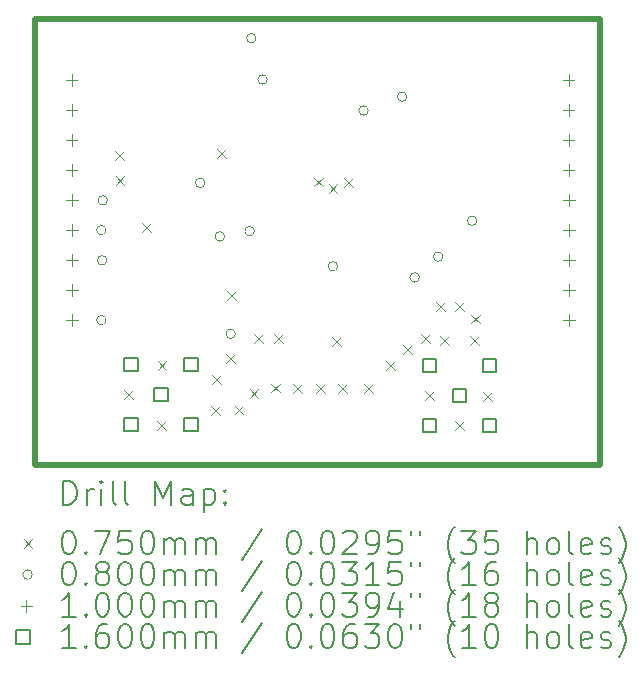
<source format=gbr>
%TF.GenerationSoftware,KiCad,Pcbnew,8.0.0-rc1-6-gb7460f29b4*%
%TF.CreationDate,2025-03-10T21:48:14+01:00*%
%TF.ProjectId,LO_daughter,4c4f5f64-6175-4676-9874-65722e6b6963,rev?*%
%TF.SameCoordinates,Original*%
%TF.FileFunction,Drillmap*%
%TF.FilePolarity,Positive*%
%FSLAX45Y45*%
G04 Gerber Fmt 4.5, Leading zero omitted, Abs format (unit mm)*
G04 Created by KiCad (PCBNEW 8.0.0-rc1-6-gb7460f29b4) date 2025-03-10 21:48:14*
%MOMM*%
%LPD*%
G01*
G04 APERTURE LIST*
%ADD10C,0.500000*%
%ADD11C,0.200000*%
%ADD12C,0.100000*%
%ADD13C,0.160000*%
G04 APERTURE END LIST*
D10*
X12974000Y-8007000D02*
X17752000Y-8007000D01*
X17752000Y-11785000D01*
X12974000Y-11785000D01*
X12974000Y-8007000D01*
D11*
D12*
X13648500Y-9131500D02*
X13723500Y-9206500D01*
X13723500Y-9131500D02*
X13648500Y-9206500D01*
X13653500Y-9337500D02*
X13728500Y-9412500D01*
X13728500Y-9337500D02*
X13653500Y-9412500D01*
X13726500Y-11148500D02*
X13801500Y-11223500D01*
X13801500Y-11148500D02*
X13726500Y-11223500D01*
X13875500Y-9735500D02*
X13950500Y-9810500D01*
X13950500Y-9735500D02*
X13875500Y-9810500D01*
X14006500Y-11415500D02*
X14081500Y-11490500D01*
X14081500Y-11415500D02*
X14006500Y-11490500D01*
X14009500Y-10906500D02*
X14084500Y-10981500D01*
X14084500Y-10906500D02*
X14009500Y-10981500D01*
X14463500Y-11289500D02*
X14538500Y-11364500D01*
X14538500Y-11289500D02*
X14463500Y-11364500D01*
X14472500Y-11023500D02*
X14547500Y-11098500D01*
X14547500Y-11023500D02*
X14472500Y-11098500D01*
X14509500Y-9108500D02*
X14584500Y-9183500D01*
X14584500Y-9108500D02*
X14509500Y-9183500D01*
X14588500Y-10846500D02*
X14663500Y-10921500D01*
X14663500Y-10846500D02*
X14588500Y-10921500D01*
X14600500Y-10314500D02*
X14675500Y-10389500D01*
X14675500Y-10314500D02*
X14600500Y-10389500D01*
X14660500Y-11282500D02*
X14735500Y-11357500D01*
X14735500Y-11282500D02*
X14660500Y-11357500D01*
X14788500Y-11145500D02*
X14863500Y-11220500D01*
X14863500Y-11145500D02*
X14788500Y-11220500D01*
X14825500Y-10677500D02*
X14900500Y-10752500D01*
X14900500Y-10677500D02*
X14825500Y-10752500D01*
X14966500Y-11096500D02*
X15041500Y-11171500D01*
X15041500Y-11096500D02*
X14966500Y-11171500D01*
X14997500Y-10679500D02*
X15072500Y-10754500D01*
X15072500Y-10679500D02*
X14997500Y-10754500D01*
X15153500Y-11099500D02*
X15228500Y-11174500D01*
X15228500Y-11099500D02*
X15153500Y-11174500D01*
X15336500Y-9352300D02*
X15411500Y-9427300D01*
X15411500Y-9352300D02*
X15336500Y-9427300D01*
X15347500Y-11103500D02*
X15422500Y-11178500D01*
X15422500Y-11103500D02*
X15347500Y-11178500D01*
X15456500Y-9407500D02*
X15531500Y-9482500D01*
X15531500Y-9407500D02*
X15456500Y-9482500D01*
X15483500Y-10701500D02*
X15558500Y-10776500D01*
X15558500Y-10701500D02*
X15483500Y-10776500D01*
X15540500Y-11101500D02*
X15615500Y-11176500D01*
X15615500Y-11101500D02*
X15540500Y-11176500D01*
X15587500Y-9359500D02*
X15662500Y-9434500D01*
X15662500Y-9359500D02*
X15587500Y-9434500D01*
X15756500Y-11098500D02*
X15831500Y-11173500D01*
X15831500Y-11098500D02*
X15756500Y-11173500D01*
X15945500Y-10909500D02*
X16020500Y-10984500D01*
X16020500Y-10909500D02*
X15945500Y-10984500D01*
X16086500Y-10768500D02*
X16161500Y-10843500D01*
X16161500Y-10768500D02*
X16086500Y-10843500D01*
X16237500Y-10679500D02*
X16312500Y-10754500D01*
X16312500Y-10679500D02*
X16237500Y-10754500D01*
X16270500Y-11160500D02*
X16345500Y-11235500D01*
X16345500Y-11160500D02*
X16270500Y-11235500D01*
X16369500Y-10405500D02*
X16444500Y-10480500D01*
X16444500Y-10405500D02*
X16369500Y-10480500D01*
X16397500Y-10696500D02*
X16472500Y-10771500D01*
X16472500Y-10696500D02*
X16397500Y-10771500D01*
X16527500Y-10408500D02*
X16602500Y-10483500D01*
X16602500Y-10408500D02*
X16527500Y-10483500D01*
X16529500Y-11411500D02*
X16604500Y-11486500D01*
X16604500Y-11411500D02*
X16529500Y-11486500D01*
X16657500Y-10693500D02*
X16732500Y-10768500D01*
X16732500Y-10693500D02*
X16657500Y-10768500D01*
X16662500Y-10512500D02*
X16737500Y-10587500D01*
X16737500Y-10512500D02*
X16662500Y-10587500D01*
X16762500Y-11167500D02*
X16837500Y-11242500D01*
X16837500Y-11167500D02*
X16762500Y-11242500D01*
X13573000Y-9797000D02*
G75*
G02*
X13493000Y-9797000I-40000J0D01*
G01*
X13493000Y-9797000D02*
G75*
G02*
X13573000Y-9797000I40000J0D01*
G01*
X13573000Y-10559000D02*
G75*
G02*
X13493000Y-10559000I-40000J0D01*
G01*
X13493000Y-10559000D02*
G75*
G02*
X13573000Y-10559000I40000J0D01*
G01*
X13579000Y-10053000D02*
G75*
G02*
X13499000Y-10053000I-40000J0D01*
G01*
X13499000Y-10053000D02*
G75*
G02*
X13579000Y-10053000I40000J0D01*
G01*
X13585000Y-9545000D02*
G75*
G02*
X13505000Y-9545000I-40000J0D01*
G01*
X13505000Y-9545000D02*
G75*
G02*
X13585000Y-9545000I40000J0D01*
G01*
X14409000Y-9397000D02*
G75*
G02*
X14329000Y-9397000I-40000J0D01*
G01*
X14329000Y-9397000D02*
G75*
G02*
X14409000Y-9397000I40000J0D01*
G01*
X14575500Y-9850500D02*
G75*
G02*
X14495500Y-9850500I-40000J0D01*
G01*
X14495500Y-9850500D02*
G75*
G02*
X14575500Y-9850500I40000J0D01*
G01*
X14668000Y-10676000D02*
G75*
G02*
X14588000Y-10676000I-40000J0D01*
G01*
X14588000Y-10676000D02*
G75*
G02*
X14668000Y-10676000I40000J0D01*
G01*
X14828000Y-9806000D02*
G75*
G02*
X14748000Y-9806000I-40000J0D01*
G01*
X14748000Y-9806000D02*
G75*
G02*
X14828000Y-9806000I40000J0D01*
G01*
X14843000Y-8173000D02*
G75*
G02*
X14763000Y-8173000I-40000J0D01*
G01*
X14763000Y-8173000D02*
G75*
G02*
X14843000Y-8173000I40000J0D01*
G01*
X14938000Y-8523000D02*
G75*
G02*
X14858000Y-8523000I-40000J0D01*
G01*
X14858000Y-8523000D02*
G75*
G02*
X14938000Y-8523000I40000J0D01*
G01*
X15534000Y-10103000D02*
G75*
G02*
X15454000Y-10103000I-40000J0D01*
G01*
X15454000Y-10103000D02*
G75*
G02*
X15534000Y-10103000I40000J0D01*
G01*
X15793000Y-8785000D02*
G75*
G02*
X15713000Y-8785000I-40000J0D01*
G01*
X15713000Y-8785000D02*
G75*
G02*
X15793000Y-8785000I40000J0D01*
G01*
X16120000Y-8668000D02*
G75*
G02*
X16040000Y-8668000I-40000J0D01*
G01*
X16040000Y-8668000D02*
G75*
G02*
X16120000Y-8668000I40000J0D01*
G01*
X16226000Y-10198000D02*
G75*
G02*
X16146000Y-10198000I-40000J0D01*
G01*
X16146000Y-10198000D02*
G75*
G02*
X16226000Y-10198000I40000J0D01*
G01*
X16425000Y-10022000D02*
G75*
G02*
X16345000Y-10022000I-40000J0D01*
G01*
X16345000Y-10022000D02*
G75*
G02*
X16425000Y-10022000I40000J0D01*
G01*
X16712132Y-9717491D02*
G75*
G02*
X16632132Y-9717491I-40000J0D01*
G01*
X16632132Y-9717491D02*
G75*
G02*
X16712132Y-9717491I40000J0D01*
G01*
X13280500Y-8478250D02*
X13280500Y-8578250D01*
X13230500Y-8528250D02*
X13330500Y-8528250D01*
X13280500Y-8732750D02*
X13280500Y-8832750D01*
X13230500Y-8782750D02*
X13330500Y-8782750D01*
X13280500Y-8986750D02*
X13280500Y-9086750D01*
X13230500Y-9036750D02*
X13330500Y-9036750D01*
X13280500Y-9240750D02*
X13280500Y-9340750D01*
X13230500Y-9290750D02*
X13330500Y-9290750D01*
X13283000Y-9494750D02*
X13283000Y-9594750D01*
X13233000Y-9544750D02*
X13333000Y-9544750D01*
X13283000Y-9748750D02*
X13283000Y-9848750D01*
X13233000Y-9798750D02*
X13333000Y-9798750D01*
X13283000Y-10002750D02*
X13283000Y-10102750D01*
X13233000Y-10052750D02*
X13333000Y-10052750D01*
X13283000Y-10256750D02*
X13283000Y-10356750D01*
X13233000Y-10306750D02*
X13333000Y-10306750D01*
X13283000Y-10510750D02*
X13283000Y-10610750D01*
X13233000Y-10560750D02*
X13333000Y-10560750D01*
X17488500Y-8478250D02*
X17488500Y-8578250D01*
X17438500Y-8528250D02*
X17538500Y-8528250D01*
X17488500Y-8732750D02*
X17488500Y-8832750D01*
X17438500Y-8782750D02*
X17538500Y-8782750D01*
X17488500Y-8986750D02*
X17488500Y-9086750D01*
X17438500Y-9036750D02*
X17538500Y-9036750D01*
X17488500Y-9240750D02*
X17488500Y-9340750D01*
X17438500Y-9290750D02*
X17538500Y-9290750D01*
X17491000Y-9494750D02*
X17491000Y-9594750D01*
X17441000Y-9544750D02*
X17541000Y-9544750D01*
X17491000Y-9748750D02*
X17491000Y-9848750D01*
X17441000Y-9798750D02*
X17541000Y-9798750D01*
X17491000Y-10002750D02*
X17491000Y-10102750D01*
X17441000Y-10052750D02*
X17541000Y-10052750D01*
X17491000Y-10256750D02*
X17491000Y-10356750D01*
X17441000Y-10306750D02*
X17541000Y-10306750D01*
X17491000Y-10510750D02*
X17491000Y-10610750D01*
X17441000Y-10560750D02*
X17541000Y-10560750D01*
D13*
X13840569Y-10990569D02*
X13840569Y-10877431D01*
X13727431Y-10877431D01*
X13727431Y-10990569D01*
X13840569Y-10990569D01*
X13840569Y-11498569D02*
X13840569Y-11385431D01*
X13727431Y-11385431D01*
X13727431Y-11498569D01*
X13840569Y-11498569D01*
X14094569Y-11244569D02*
X14094569Y-11131431D01*
X13981431Y-11131431D01*
X13981431Y-11244569D01*
X14094569Y-11244569D01*
X14348569Y-10990569D02*
X14348569Y-10877431D01*
X14235431Y-10877431D01*
X14235431Y-10990569D01*
X14348569Y-10990569D01*
X14348569Y-11498569D02*
X14348569Y-11385431D01*
X14235431Y-11385431D01*
X14235431Y-11498569D01*
X14348569Y-11498569D01*
X16369569Y-11001569D02*
X16369569Y-10888431D01*
X16256431Y-10888431D01*
X16256431Y-11001569D01*
X16369569Y-11001569D01*
X16369569Y-11509569D02*
X16369569Y-11396431D01*
X16256431Y-11396431D01*
X16256431Y-11509569D01*
X16369569Y-11509569D01*
X16623569Y-11255569D02*
X16623569Y-11142431D01*
X16510431Y-11142431D01*
X16510431Y-11255569D01*
X16623569Y-11255569D01*
X16877569Y-11001569D02*
X16877569Y-10888431D01*
X16764431Y-10888431D01*
X16764431Y-11001569D01*
X16877569Y-11001569D01*
X16877569Y-11509569D02*
X16877569Y-11396431D01*
X16764431Y-11396431D01*
X16764431Y-11509569D01*
X16877569Y-11509569D01*
D11*
X13209777Y-12121484D02*
X13209777Y-11921484D01*
X13209777Y-11921484D02*
X13257396Y-11921484D01*
X13257396Y-11921484D02*
X13285967Y-11931008D01*
X13285967Y-11931008D02*
X13305015Y-11950055D01*
X13305015Y-11950055D02*
X13314539Y-11969103D01*
X13314539Y-11969103D02*
X13324062Y-12007198D01*
X13324062Y-12007198D02*
X13324062Y-12035769D01*
X13324062Y-12035769D02*
X13314539Y-12073865D01*
X13314539Y-12073865D02*
X13305015Y-12092912D01*
X13305015Y-12092912D02*
X13285967Y-12111960D01*
X13285967Y-12111960D02*
X13257396Y-12121484D01*
X13257396Y-12121484D02*
X13209777Y-12121484D01*
X13409777Y-12121484D02*
X13409777Y-11988150D01*
X13409777Y-12026246D02*
X13419301Y-12007198D01*
X13419301Y-12007198D02*
X13428824Y-11997674D01*
X13428824Y-11997674D02*
X13447872Y-11988150D01*
X13447872Y-11988150D02*
X13466920Y-11988150D01*
X13533586Y-12121484D02*
X13533586Y-11988150D01*
X13533586Y-11921484D02*
X13524062Y-11931008D01*
X13524062Y-11931008D02*
X13533586Y-11940531D01*
X13533586Y-11940531D02*
X13543110Y-11931008D01*
X13543110Y-11931008D02*
X13533586Y-11921484D01*
X13533586Y-11921484D02*
X13533586Y-11940531D01*
X13657396Y-12121484D02*
X13638348Y-12111960D01*
X13638348Y-12111960D02*
X13628824Y-12092912D01*
X13628824Y-12092912D02*
X13628824Y-11921484D01*
X13762158Y-12121484D02*
X13743110Y-12111960D01*
X13743110Y-12111960D02*
X13733586Y-12092912D01*
X13733586Y-12092912D02*
X13733586Y-11921484D01*
X13990729Y-12121484D02*
X13990729Y-11921484D01*
X13990729Y-11921484D02*
X14057396Y-12064341D01*
X14057396Y-12064341D02*
X14124062Y-11921484D01*
X14124062Y-11921484D02*
X14124062Y-12121484D01*
X14305015Y-12121484D02*
X14305015Y-12016722D01*
X14305015Y-12016722D02*
X14295491Y-11997674D01*
X14295491Y-11997674D02*
X14276443Y-11988150D01*
X14276443Y-11988150D02*
X14238348Y-11988150D01*
X14238348Y-11988150D02*
X14219301Y-11997674D01*
X14305015Y-12111960D02*
X14285967Y-12121484D01*
X14285967Y-12121484D02*
X14238348Y-12121484D01*
X14238348Y-12121484D02*
X14219301Y-12111960D01*
X14219301Y-12111960D02*
X14209777Y-12092912D01*
X14209777Y-12092912D02*
X14209777Y-12073865D01*
X14209777Y-12073865D02*
X14219301Y-12054817D01*
X14219301Y-12054817D02*
X14238348Y-12045293D01*
X14238348Y-12045293D02*
X14285967Y-12045293D01*
X14285967Y-12045293D02*
X14305015Y-12035769D01*
X14400253Y-11988150D02*
X14400253Y-12188150D01*
X14400253Y-11997674D02*
X14419301Y-11988150D01*
X14419301Y-11988150D02*
X14457396Y-11988150D01*
X14457396Y-11988150D02*
X14476443Y-11997674D01*
X14476443Y-11997674D02*
X14485967Y-12007198D01*
X14485967Y-12007198D02*
X14495491Y-12026246D01*
X14495491Y-12026246D02*
X14495491Y-12083388D01*
X14495491Y-12083388D02*
X14485967Y-12102436D01*
X14485967Y-12102436D02*
X14476443Y-12111960D01*
X14476443Y-12111960D02*
X14457396Y-12121484D01*
X14457396Y-12121484D02*
X14419301Y-12121484D01*
X14419301Y-12121484D02*
X14400253Y-12111960D01*
X14581205Y-12102436D02*
X14590729Y-12111960D01*
X14590729Y-12111960D02*
X14581205Y-12121484D01*
X14581205Y-12121484D02*
X14571682Y-12111960D01*
X14571682Y-12111960D02*
X14581205Y-12102436D01*
X14581205Y-12102436D02*
X14581205Y-12121484D01*
X14581205Y-11997674D02*
X14590729Y-12007198D01*
X14590729Y-12007198D02*
X14581205Y-12016722D01*
X14581205Y-12016722D02*
X14571682Y-12007198D01*
X14571682Y-12007198D02*
X14581205Y-11997674D01*
X14581205Y-11997674D02*
X14581205Y-12016722D01*
D12*
X12874000Y-12412500D02*
X12949000Y-12487500D01*
X12949000Y-12412500D02*
X12874000Y-12487500D01*
D11*
X13247872Y-12341484D02*
X13266920Y-12341484D01*
X13266920Y-12341484D02*
X13285967Y-12351008D01*
X13285967Y-12351008D02*
X13295491Y-12360531D01*
X13295491Y-12360531D02*
X13305015Y-12379579D01*
X13305015Y-12379579D02*
X13314539Y-12417674D01*
X13314539Y-12417674D02*
X13314539Y-12465293D01*
X13314539Y-12465293D02*
X13305015Y-12503388D01*
X13305015Y-12503388D02*
X13295491Y-12522436D01*
X13295491Y-12522436D02*
X13285967Y-12531960D01*
X13285967Y-12531960D02*
X13266920Y-12541484D01*
X13266920Y-12541484D02*
X13247872Y-12541484D01*
X13247872Y-12541484D02*
X13228824Y-12531960D01*
X13228824Y-12531960D02*
X13219301Y-12522436D01*
X13219301Y-12522436D02*
X13209777Y-12503388D01*
X13209777Y-12503388D02*
X13200253Y-12465293D01*
X13200253Y-12465293D02*
X13200253Y-12417674D01*
X13200253Y-12417674D02*
X13209777Y-12379579D01*
X13209777Y-12379579D02*
X13219301Y-12360531D01*
X13219301Y-12360531D02*
X13228824Y-12351008D01*
X13228824Y-12351008D02*
X13247872Y-12341484D01*
X13400253Y-12522436D02*
X13409777Y-12531960D01*
X13409777Y-12531960D02*
X13400253Y-12541484D01*
X13400253Y-12541484D02*
X13390729Y-12531960D01*
X13390729Y-12531960D02*
X13400253Y-12522436D01*
X13400253Y-12522436D02*
X13400253Y-12541484D01*
X13476443Y-12341484D02*
X13609777Y-12341484D01*
X13609777Y-12341484D02*
X13524062Y-12541484D01*
X13781205Y-12341484D02*
X13685967Y-12341484D01*
X13685967Y-12341484D02*
X13676443Y-12436722D01*
X13676443Y-12436722D02*
X13685967Y-12427198D01*
X13685967Y-12427198D02*
X13705015Y-12417674D01*
X13705015Y-12417674D02*
X13752634Y-12417674D01*
X13752634Y-12417674D02*
X13771682Y-12427198D01*
X13771682Y-12427198D02*
X13781205Y-12436722D01*
X13781205Y-12436722D02*
X13790729Y-12455769D01*
X13790729Y-12455769D02*
X13790729Y-12503388D01*
X13790729Y-12503388D02*
X13781205Y-12522436D01*
X13781205Y-12522436D02*
X13771682Y-12531960D01*
X13771682Y-12531960D02*
X13752634Y-12541484D01*
X13752634Y-12541484D02*
X13705015Y-12541484D01*
X13705015Y-12541484D02*
X13685967Y-12531960D01*
X13685967Y-12531960D02*
X13676443Y-12522436D01*
X13914539Y-12341484D02*
X13933586Y-12341484D01*
X13933586Y-12341484D02*
X13952634Y-12351008D01*
X13952634Y-12351008D02*
X13962158Y-12360531D01*
X13962158Y-12360531D02*
X13971682Y-12379579D01*
X13971682Y-12379579D02*
X13981205Y-12417674D01*
X13981205Y-12417674D02*
X13981205Y-12465293D01*
X13981205Y-12465293D02*
X13971682Y-12503388D01*
X13971682Y-12503388D02*
X13962158Y-12522436D01*
X13962158Y-12522436D02*
X13952634Y-12531960D01*
X13952634Y-12531960D02*
X13933586Y-12541484D01*
X13933586Y-12541484D02*
X13914539Y-12541484D01*
X13914539Y-12541484D02*
X13895491Y-12531960D01*
X13895491Y-12531960D02*
X13885967Y-12522436D01*
X13885967Y-12522436D02*
X13876443Y-12503388D01*
X13876443Y-12503388D02*
X13866920Y-12465293D01*
X13866920Y-12465293D02*
X13866920Y-12417674D01*
X13866920Y-12417674D02*
X13876443Y-12379579D01*
X13876443Y-12379579D02*
X13885967Y-12360531D01*
X13885967Y-12360531D02*
X13895491Y-12351008D01*
X13895491Y-12351008D02*
X13914539Y-12341484D01*
X14066920Y-12541484D02*
X14066920Y-12408150D01*
X14066920Y-12427198D02*
X14076443Y-12417674D01*
X14076443Y-12417674D02*
X14095491Y-12408150D01*
X14095491Y-12408150D02*
X14124063Y-12408150D01*
X14124063Y-12408150D02*
X14143110Y-12417674D01*
X14143110Y-12417674D02*
X14152634Y-12436722D01*
X14152634Y-12436722D02*
X14152634Y-12541484D01*
X14152634Y-12436722D02*
X14162158Y-12417674D01*
X14162158Y-12417674D02*
X14181205Y-12408150D01*
X14181205Y-12408150D02*
X14209777Y-12408150D01*
X14209777Y-12408150D02*
X14228824Y-12417674D01*
X14228824Y-12417674D02*
X14238348Y-12436722D01*
X14238348Y-12436722D02*
X14238348Y-12541484D01*
X14333586Y-12541484D02*
X14333586Y-12408150D01*
X14333586Y-12427198D02*
X14343110Y-12417674D01*
X14343110Y-12417674D02*
X14362158Y-12408150D01*
X14362158Y-12408150D02*
X14390729Y-12408150D01*
X14390729Y-12408150D02*
X14409777Y-12417674D01*
X14409777Y-12417674D02*
X14419301Y-12436722D01*
X14419301Y-12436722D02*
X14419301Y-12541484D01*
X14419301Y-12436722D02*
X14428824Y-12417674D01*
X14428824Y-12417674D02*
X14447872Y-12408150D01*
X14447872Y-12408150D02*
X14476443Y-12408150D01*
X14476443Y-12408150D02*
X14495491Y-12417674D01*
X14495491Y-12417674D02*
X14505015Y-12436722D01*
X14505015Y-12436722D02*
X14505015Y-12541484D01*
X14895491Y-12331960D02*
X14724063Y-12589103D01*
X15152634Y-12341484D02*
X15171682Y-12341484D01*
X15171682Y-12341484D02*
X15190729Y-12351008D01*
X15190729Y-12351008D02*
X15200253Y-12360531D01*
X15200253Y-12360531D02*
X15209777Y-12379579D01*
X15209777Y-12379579D02*
X15219301Y-12417674D01*
X15219301Y-12417674D02*
X15219301Y-12465293D01*
X15219301Y-12465293D02*
X15209777Y-12503388D01*
X15209777Y-12503388D02*
X15200253Y-12522436D01*
X15200253Y-12522436D02*
X15190729Y-12531960D01*
X15190729Y-12531960D02*
X15171682Y-12541484D01*
X15171682Y-12541484D02*
X15152634Y-12541484D01*
X15152634Y-12541484D02*
X15133586Y-12531960D01*
X15133586Y-12531960D02*
X15124063Y-12522436D01*
X15124063Y-12522436D02*
X15114539Y-12503388D01*
X15114539Y-12503388D02*
X15105015Y-12465293D01*
X15105015Y-12465293D02*
X15105015Y-12417674D01*
X15105015Y-12417674D02*
X15114539Y-12379579D01*
X15114539Y-12379579D02*
X15124063Y-12360531D01*
X15124063Y-12360531D02*
X15133586Y-12351008D01*
X15133586Y-12351008D02*
X15152634Y-12341484D01*
X15305015Y-12522436D02*
X15314539Y-12531960D01*
X15314539Y-12531960D02*
X15305015Y-12541484D01*
X15305015Y-12541484D02*
X15295491Y-12531960D01*
X15295491Y-12531960D02*
X15305015Y-12522436D01*
X15305015Y-12522436D02*
X15305015Y-12541484D01*
X15438348Y-12341484D02*
X15457396Y-12341484D01*
X15457396Y-12341484D02*
X15476444Y-12351008D01*
X15476444Y-12351008D02*
X15485967Y-12360531D01*
X15485967Y-12360531D02*
X15495491Y-12379579D01*
X15495491Y-12379579D02*
X15505015Y-12417674D01*
X15505015Y-12417674D02*
X15505015Y-12465293D01*
X15505015Y-12465293D02*
X15495491Y-12503388D01*
X15495491Y-12503388D02*
X15485967Y-12522436D01*
X15485967Y-12522436D02*
X15476444Y-12531960D01*
X15476444Y-12531960D02*
X15457396Y-12541484D01*
X15457396Y-12541484D02*
X15438348Y-12541484D01*
X15438348Y-12541484D02*
X15419301Y-12531960D01*
X15419301Y-12531960D02*
X15409777Y-12522436D01*
X15409777Y-12522436D02*
X15400253Y-12503388D01*
X15400253Y-12503388D02*
X15390729Y-12465293D01*
X15390729Y-12465293D02*
X15390729Y-12417674D01*
X15390729Y-12417674D02*
X15400253Y-12379579D01*
X15400253Y-12379579D02*
X15409777Y-12360531D01*
X15409777Y-12360531D02*
X15419301Y-12351008D01*
X15419301Y-12351008D02*
X15438348Y-12341484D01*
X15581206Y-12360531D02*
X15590729Y-12351008D01*
X15590729Y-12351008D02*
X15609777Y-12341484D01*
X15609777Y-12341484D02*
X15657396Y-12341484D01*
X15657396Y-12341484D02*
X15676444Y-12351008D01*
X15676444Y-12351008D02*
X15685967Y-12360531D01*
X15685967Y-12360531D02*
X15695491Y-12379579D01*
X15695491Y-12379579D02*
X15695491Y-12398627D01*
X15695491Y-12398627D02*
X15685967Y-12427198D01*
X15685967Y-12427198D02*
X15571682Y-12541484D01*
X15571682Y-12541484D02*
X15695491Y-12541484D01*
X15790729Y-12541484D02*
X15828825Y-12541484D01*
X15828825Y-12541484D02*
X15847872Y-12531960D01*
X15847872Y-12531960D02*
X15857396Y-12522436D01*
X15857396Y-12522436D02*
X15876444Y-12493865D01*
X15876444Y-12493865D02*
X15885967Y-12455769D01*
X15885967Y-12455769D02*
X15885967Y-12379579D01*
X15885967Y-12379579D02*
X15876444Y-12360531D01*
X15876444Y-12360531D02*
X15866920Y-12351008D01*
X15866920Y-12351008D02*
X15847872Y-12341484D01*
X15847872Y-12341484D02*
X15809777Y-12341484D01*
X15809777Y-12341484D02*
X15790729Y-12351008D01*
X15790729Y-12351008D02*
X15781206Y-12360531D01*
X15781206Y-12360531D02*
X15771682Y-12379579D01*
X15771682Y-12379579D02*
X15771682Y-12427198D01*
X15771682Y-12427198D02*
X15781206Y-12446246D01*
X15781206Y-12446246D02*
X15790729Y-12455769D01*
X15790729Y-12455769D02*
X15809777Y-12465293D01*
X15809777Y-12465293D02*
X15847872Y-12465293D01*
X15847872Y-12465293D02*
X15866920Y-12455769D01*
X15866920Y-12455769D02*
X15876444Y-12446246D01*
X15876444Y-12446246D02*
X15885967Y-12427198D01*
X16066920Y-12341484D02*
X15971682Y-12341484D01*
X15971682Y-12341484D02*
X15962158Y-12436722D01*
X15962158Y-12436722D02*
X15971682Y-12427198D01*
X15971682Y-12427198D02*
X15990729Y-12417674D01*
X15990729Y-12417674D02*
X16038348Y-12417674D01*
X16038348Y-12417674D02*
X16057396Y-12427198D01*
X16057396Y-12427198D02*
X16066920Y-12436722D01*
X16066920Y-12436722D02*
X16076444Y-12455769D01*
X16076444Y-12455769D02*
X16076444Y-12503388D01*
X16076444Y-12503388D02*
X16066920Y-12522436D01*
X16066920Y-12522436D02*
X16057396Y-12531960D01*
X16057396Y-12531960D02*
X16038348Y-12541484D01*
X16038348Y-12541484D02*
X15990729Y-12541484D01*
X15990729Y-12541484D02*
X15971682Y-12531960D01*
X15971682Y-12531960D02*
X15962158Y-12522436D01*
X16152634Y-12341484D02*
X16152634Y-12379579D01*
X16228825Y-12341484D02*
X16228825Y-12379579D01*
X16524063Y-12617674D02*
X16514539Y-12608150D01*
X16514539Y-12608150D02*
X16495491Y-12579579D01*
X16495491Y-12579579D02*
X16485968Y-12560531D01*
X16485968Y-12560531D02*
X16476444Y-12531960D01*
X16476444Y-12531960D02*
X16466920Y-12484341D01*
X16466920Y-12484341D02*
X16466920Y-12446246D01*
X16466920Y-12446246D02*
X16476444Y-12398627D01*
X16476444Y-12398627D02*
X16485968Y-12370055D01*
X16485968Y-12370055D02*
X16495491Y-12351008D01*
X16495491Y-12351008D02*
X16514539Y-12322436D01*
X16514539Y-12322436D02*
X16524063Y-12312912D01*
X16581206Y-12341484D02*
X16705015Y-12341484D01*
X16705015Y-12341484D02*
X16638348Y-12417674D01*
X16638348Y-12417674D02*
X16666920Y-12417674D01*
X16666920Y-12417674D02*
X16685968Y-12427198D01*
X16685968Y-12427198D02*
X16695491Y-12436722D01*
X16695491Y-12436722D02*
X16705015Y-12455769D01*
X16705015Y-12455769D02*
X16705015Y-12503388D01*
X16705015Y-12503388D02*
X16695491Y-12522436D01*
X16695491Y-12522436D02*
X16685968Y-12531960D01*
X16685968Y-12531960D02*
X16666920Y-12541484D01*
X16666920Y-12541484D02*
X16609777Y-12541484D01*
X16609777Y-12541484D02*
X16590729Y-12531960D01*
X16590729Y-12531960D02*
X16581206Y-12522436D01*
X16885968Y-12341484D02*
X16790730Y-12341484D01*
X16790730Y-12341484D02*
X16781206Y-12436722D01*
X16781206Y-12436722D02*
X16790730Y-12427198D01*
X16790730Y-12427198D02*
X16809777Y-12417674D01*
X16809777Y-12417674D02*
X16857396Y-12417674D01*
X16857396Y-12417674D02*
X16876444Y-12427198D01*
X16876444Y-12427198D02*
X16885968Y-12436722D01*
X16885968Y-12436722D02*
X16895491Y-12455769D01*
X16895491Y-12455769D02*
X16895491Y-12503388D01*
X16895491Y-12503388D02*
X16885968Y-12522436D01*
X16885968Y-12522436D02*
X16876444Y-12531960D01*
X16876444Y-12531960D02*
X16857396Y-12541484D01*
X16857396Y-12541484D02*
X16809777Y-12541484D01*
X16809777Y-12541484D02*
X16790730Y-12531960D01*
X16790730Y-12531960D02*
X16781206Y-12522436D01*
X17133587Y-12541484D02*
X17133587Y-12341484D01*
X17219301Y-12541484D02*
X17219301Y-12436722D01*
X17219301Y-12436722D02*
X17209777Y-12417674D01*
X17209777Y-12417674D02*
X17190730Y-12408150D01*
X17190730Y-12408150D02*
X17162158Y-12408150D01*
X17162158Y-12408150D02*
X17143111Y-12417674D01*
X17143111Y-12417674D02*
X17133587Y-12427198D01*
X17343111Y-12541484D02*
X17324063Y-12531960D01*
X17324063Y-12531960D02*
X17314539Y-12522436D01*
X17314539Y-12522436D02*
X17305015Y-12503388D01*
X17305015Y-12503388D02*
X17305015Y-12446246D01*
X17305015Y-12446246D02*
X17314539Y-12427198D01*
X17314539Y-12427198D02*
X17324063Y-12417674D01*
X17324063Y-12417674D02*
X17343111Y-12408150D01*
X17343111Y-12408150D02*
X17371682Y-12408150D01*
X17371682Y-12408150D02*
X17390730Y-12417674D01*
X17390730Y-12417674D02*
X17400253Y-12427198D01*
X17400253Y-12427198D02*
X17409777Y-12446246D01*
X17409777Y-12446246D02*
X17409777Y-12503388D01*
X17409777Y-12503388D02*
X17400253Y-12522436D01*
X17400253Y-12522436D02*
X17390730Y-12531960D01*
X17390730Y-12531960D02*
X17371682Y-12541484D01*
X17371682Y-12541484D02*
X17343111Y-12541484D01*
X17524063Y-12541484D02*
X17505015Y-12531960D01*
X17505015Y-12531960D02*
X17495492Y-12512912D01*
X17495492Y-12512912D02*
X17495492Y-12341484D01*
X17676444Y-12531960D02*
X17657396Y-12541484D01*
X17657396Y-12541484D02*
X17619301Y-12541484D01*
X17619301Y-12541484D02*
X17600253Y-12531960D01*
X17600253Y-12531960D02*
X17590730Y-12512912D01*
X17590730Y-12512912D02*
X17590730Y-12436722D01*
X17590730Y-12436722D02*
X17600253Y-12417674D01*
X17600253Y-12417674D02*
X17619301Y-12408150D01*
X17619301Y-12408150D02*
X17657396Y-12408150D01*
X17657396Y-12408150D02*
X17676444Y-12417674D01*
X17676444Y-12417674D02*
X17685968Y-12436722D01*
X17685968Y-12436722D02*
X17685968Y-12455769D01*
X17685968Y-12455769D02*
X17590730Y-12474817D01*
X17762158Y-12531960D02*
X17781206Y-12541484D01*
X17781206Y-12541484D02*
X17819301Y-12541484D01*
X17819301Y-12541484D02*
X17838349Y-12531960D01*
X17838349Y-12531960D02*
X17847873Y-12512912D01*
X17847873Y-12512912D02*
X17847873Y-12503388D01*
X17847873Y-12503388D02*
X17838349Y-12484341D01*
X17838349Y-12484341D02*
X17819301Y-12474817D01*
X17819301Y-12474817D02*
X17790730Y-12474817D01*
X17790730Y-12474817D02*
X17771682Y-12465293D01*
X17771682Y-12465293D02*
X17762158Y-12446246D01*
X17762158Y-12446246D02*
X17762158Y-12436722D01*
X17762158Y-12436722D02*
X17771682Y-12417674D01*
X17771682Y-12417674D02*
X17790730Y-12408150D01*
X17790730Y-12408150D02*
X17819301Y-12408150D01*
X17819301Y-12408150D02*
X17838349Y-12417674D01*
X17914539Y-12617674D02*
X17924063Y-12608150D01*
X17924063Y-12608150D02*
X17943111Y-12579579D01*
X17943111Y-12579579D02*
X17952634Y-12560531D01*
X17952634Y-12560531D02*
X17962158Y-12531960D01*
X17962158Y-12531960D02*
X17971682Y-12484341D01*
X17971682Y-12484341D02*
X17971682Y-12446246D01*
X17971682Y-12446246D02*
X17962158Y-12398627D01*
X17962158Y-12398627D02*
X17952634Y-12370055D01*
X17952634Y-12370055D02*
X17943111Y-12351008D01*
X17943111Y-12351008D02*
X17924063Y-12322436D01*
X17924063Y-12322436D02*
X17914539Y-12312912D01*
D12*
X12949000Y-12714000D02*
G75*
G02*
X12869000Y-12714000I-40000J0D01*
G01*
X12869000Y-12714000D02*
G75*
G02*
X12949000Y-12714000I40000J0D01*
G01*
D11*
X13247872Y-12605484D02*
X13266920Y-12605484D01*
X13266920Y-12605484D02*
X13285967Y-12615008D01*
X13285967Y-12615008D02*
X13295491Y-12624531D01*
X13295491Y-12624531D02*
X13305015Y-12643579D01*
X13305015Y-12643579D02*
X13314539Y-12681674D01*
X13314539Y-12681674D02*
X13314539Y-12729293D01*
X13314539Y-12729293D02*
X13305015Y-12767388D01*
X13305015Y-12767388D02*
X13295491Y-12786436D01*
X13295491Y-12786436D02*
X13285967Y-12795960D01*
X13285967Y-12795960D02*
X13266920Y-12805484D01*
X13266920Y-12805484D02*
X13247872Y-12805484D01*
X13247872Y-12805484D02*
X13228824Y-12795960D01*
X13228824Y-12795960D02*
X13219301Y-12786436D01*
X13219301Y-12786436D02*
X13209777Y-12767388D01*
X13209777Y-12767388D02*
X13200253Y-12729293D01*
X13200253Y-12729293D02*
X13200253Y-12681674D01*
X13200253Y-12681674D02*
X13209777Y-12643579D01*
X13209777Y-12643579D02*
X13219301Y-12624531D01*
X13219301Y-12624531D02*
X13228824Y-12615008D01*
X13228824Y-12615008D02*
X13247872Y-12605484D01*
X13400253Y-12786436D02*
X13409777Y-12795960D01*
X13409777Y-12795960D02*
X13400253Y-12805484D01*
X13400253Y-12805484D02*
X13390729Y-12795960D01*
X13390729Y-12795960D02*
X13400253Y-12786436D01*
X13400253Y-12786436D02*
X13400253Y-12805484D01*
X13524062Y-12691198D02*
X13505015Y-12681674D01*
X13505015Y-12681674D02*
X13495491Y-12672150D01*
X13495491Y-12672150D02*
X13485967Y-12653103D01*
X13485967Y-12653103D02*
X13485967Y-12643579D01*
X13485967Y-12643579D02*
X13495491Y-12624531D01*
X13495491Y-12624531D02*
X13505015Y-12615008D01*
X13505015Y-12615008D02*
X13524062Y-12605484D01*
X13524062Y-12605484D02*
X13562158Y-12605484D01*
X13562158Y-12605484D02*
X13581205Y-12615008D01*
X13581205Y-12615008D02*
X13590729Y-12624531D01*
X13590729Y-12624531D02*
X13600253Y-12643579D01*
X13600253Y-12643579D02*
X13600253Y-12653103D01*
X13600253Y-12653103D02*
X13590729Y-12672150D01*
X13590729Y-12672150D02*
X13581205Y-12681674D01*
X13581205Y-12681674D02*
X13562158Y-12691198D01*
X13562158Y-12691198D02*
X13524062Y-12691198D01*
X13524062Y-12691198D02*
X13505015Y-12700722D01*
X13505015Y-12700722D02*
X13495491Y-12710246D01*
X13495491Y-12710246D02*
X13485967Y-12729293D01*
X13485967Y-12729293D02*
X13485967Y-12767388D01*
X13485967Y-12767388D02*
X13495491Y-12786436D01*
X13495491Y-12786436D02*
X13505015Y-12795960D01*
X13505015Y-12795960D02*
X13524062Y-12805484D01*
X13524062Y-12805484D02*
X13562158Y-12805484D01*
X13562158Y-12805484D02*
X13581205Y-12795960D01*
X13581205Y-12795960D02*
X13590729Y-12786436D01*
X13590729Y-12786436D02*
X13600253Y-12767388D01*
X13600253Y-12767388D02*
X13600253Y-12729293D01*
X13600253Y-12729293D02*
X13590729Y-12710246D01*
X13590729Y-12710246D02*
X13581205Y-12700722D01*
X13581205Y-12700722D02*
X13562158Y-12691198D01*
X13724062Y-12605484D02*
X13743110Y-12605484D01*
X13743110Y-12605484D02*
X13762158Y-12615008D01*
X13762158Y-12615008D02*
X13771682Y-12624531D01*
X13771682Y-12624531D02*
X13781205Y-12643579D01*
X13781205Y-12643579D02*
X13790729Y-12681674D01*
X13790729Y-12681674D02*
X13790729Y-12729293D01*
X13790729Y-12729293D02*
X13781205Y-12767388D01*
X13781205Y-12767388D02*
X13771682Y-12786436D01*
X13771682Y-12786436D02*
X13762158Y-12795960D01*
X13762158Y-12795960D02*
X13743110Y-12805484D01*
X13743110Y-12805484D02*
X13724062Y-12805484D01*
X13724062Y-12805484D02*
X13705015Y-12795960D01*
X13705015Y-12795960D02*
X13695491Y-12786436D01*
X13695491Y-12786436D02*
X13685967Y-12767388D01*
X13685967Y-12767388D02*
X13676443Y-12729293D01*
X13676443Y-12729293D02*
X13676443Y-12681674D01*
X13676443Y-12681674D02*
X13685967Y-12643579D01*
X13685967Y-12643579D02*
X13695491Y-12624531D01*
X13695491Y-12624531D02*
X13705015Y-12615008D01*
X13705015Y-12615008D02*
X13724062Y-12605484D01*
X13914539Y-12605484D02*
X13933586Y-12605484D01*
X13933586Y-12605484D02*
X13952634Y-12615008D01*
X13952634Y-12615008D02*
X13962158Y-12624531D01*
X13962158Y-12624531D02*
X13971682Y-12643579D01*
X13971682Y-12643579D02*
X13981205Y-12681674D01*
X13981205Y-12681674D02*
X13981205Y-12729293D01*
X13981205Y-12729293D02*
X13971682Y-12767388D01*
X13971682Y-12767388D02*
X13962158Y-12786436D01*
X13962158Y-12786436D02*
X13952634Y-12795960D01*
X13952634Y-12795960D02*
X13933586Y-12805484D01*
X13933586Y-12805484D02*
X13914539Y-12805484D01*
X13914539Y-12805484D02*
X13895491Y-12795960D01*
X13895491Y-12795960D02*
X13885967Y-12786436D01*
X13885967Y-12786436D02*
X13876443Y-12767388D01*
X13876443Y-12767388D02*
X13866920Y-12729293D01*
X13866920Y-12729293D02*
X13866920Y-12681674D01*
X13866920Y-12681674D02*
X13876443Y-12643579D01*
X13876443Y-12643579D02*
X13885967Y-12624531D01*
X13885967Y-12624531D02*
X13895491Y-12615008D01*
X13895491Y-12615008D02*
X13914539Y-12605484D01*
X14066920Y-12805484D02*
X14066920Y-12672150D01*
X14066920Y-12691198D02*
X14076443Y-12681674D01*
X14076443Y-12681674D02*
X14095491Y-12672150D01*
X14095491Y-12672150D02*
X14124063Y-12672150D01*
X14124063Y-12672150D02*
X14143110Y-12681674D01*
X14143110Y-12681674D02*
X14152634Y-12700722D01*
X14152634Y-12700722D02*
X14152634Y-12805484D01*
X14152634Y-12700722D02*
X14162158Y-12681674D01*
X14162158Y-12681674D02*
X14181205Y-12672150D01*
X14181205Y-12672150D02*
X14209777Y-12672150D01*
X14209777Y-12672150D02*
X14228824Y-12681674D01*
X14228824Y-12681674D02*
X14238348Y-12700722D01*
X14238348Y-12700722D02*
X14238348Y-12805484D01*
X14333586Y-12805484D02*
X14333586Y-12672150D01*
X14333586Y-12691198D02*
X14343110Y-12681674D01*
X14343110Y-12681674D02*
X14362158Y-12672150D01*
X14362158Y-12672150D02*
X14390729Y-12672150D01*
X14390729Y-12672150D02*
X14409777Y-12681674D01*
X14409777Y-12681674D02*
X14419301Y-12700722D01*
X14419301Y-12700722D02*
X14419301Y-12805484D01*
X14419301Y-12700722D02*
X14428824Y-12681674D01*
X14428824Y-12681674D02*
X14447872Y-12672150D01*
X14447872Y-12672150D02*
X14476443Y-12672150D01*
X14476443Y-12672150D02*
X14495491Y-12681674D01*
X14495491Y-12681674D02*
X14505015Y-12700722D01*
X14505015Y-12700722D02*
X14505015Y-12805484D01*
X14895491Y-12595960D02*
X14724063Y-12853103D01*
X15152634Y-12605484D02*
X15171682Y-12605484D01*
X15171682Y-12605484D02*
X15190729Y-12615008D01*
X15190729Y-12615008D02*
X15200253Y-12624531D01*
X15200253Y-12624531D02*
X15209777Y-12643579D01*
X15209777Y-12643579D02*
X15219301Y-12681674D01*
X15219301Y-12681674D02*
X15219301Y-12729293D01*
X15219301Y-12729293D02*
X15209777Y-12767388D01*
X15209777Y-12767388D02*
X15200253Y-12786436D01*
X15200253Y-12786436D02*
X15190729Y-12795960D01*
X15190729Y-12795960D02*
X15171682Y-12805484D01*
X15171682Y-12805484D02*
X15152634Y-12805484D01*
X15152634Y-12805484D02*
X15133586Y-12795960D01*
X15133586Y-12795960D02*
X15124063Y-12786436D01*
X15124063Y-12786436D02*
X15114539Y-12767388D01*
X15114539Y-12767388D02*
X15105015Y-12729293D01*
X15105015Y-12729293D02*
X15105015Y-12681674D01*
X15105015Y-12681674D02*
X15114539Y-12643579D01*
X15114539Y-12643579D02*
X15124063Y-12624531D01*
X15124063Y-12624531D02*
X15133586Y-12615008D01*
X15133586Y-12615008D02*
X15152634Y-12605484D01*
X15305015Y-12786436D02*
X15314539Y-12795960D01*
X15314539Y-12795960D02*
X15305015Y-12805484D01*
X15305015Y-12805484D02*
X15295491Y-12795960D01*
X15295491Y-12795960D02*
X15305015Y-12786436D01*
X15305015Y-12786436D02*
X15305015Y-12805484D01*
X15438348Y-12605484D02*
X15457396Y-12605484D01*
X15457396Y-12605484D02*
X15476444Y-12615008D01*
X15476444Y-12615008D02*
X15485967Y-12624531D01*
X15485967Y-12624531D02*
X15495491Y-12643579D01*
X15495491Y-12643579D02*
X15505015Y-12681674D01*
X15505015Y-12681674D02*
X15505015Y-12729293D01*
X15505015Y-12729293D02*
X15495491Y-12767388D01*
X15495491Y-12767388D02*
X15485967Y-12786436D01*
X15485967Y-12786436D02*
X15476444Y-12795960D01*
X15476444Y-12795960D02*
X15457396Y-12805484D01*
X15457396Y-12805484D02*
X15438348Y-12805484D01*
X15438348Y-12805484D02*
X15419301Y-12795960D01*
X15419301Y-12795960D02*
X15409777Y-12786436D01*
X15409777Y-12786436D02*
X15400253Y-12767388D01*
X15400253Y-12767388D02*
X15390729Y-12729293D01*
X15390729Y-12729293D02*
X15390729Y-12681674D01*
X15390729Y-12681674D02*
X15400253Y-12643579D01*
X15400253Y-12643579D02*
X15409777Y-12624531D01*
X15409777Y-12624531D02*
X15419301Y-12615008D01*
X15419301Y-12615008D02*
X15438348Y-12605484D01*
X15571682Y-12605484D02*
X15695491Y-12605484D01*
X15695491Y-12605484D02*
X15628825Y-12681674D01*
X15628825Y-12681674D02*
X15657396Y-12681674D01*
X15657396Y-12681674D02*
X15676444Y-12691198D01*
X15676444Y-12691198D02*
X15685967Y-12700722D01*
X15685967Y-12700722D02*
X15695491Y-12719769D01*
X15695491Y-12719769D02*
X15695491Y-12767388D01*
X15695491Y-12767388D02*
X15685967Y-12786436D01*
X15685967Y-12786436D02*
X15676444Y-12795960D01*
X15676444Y-12795960D02*
X15657396Y-12805484D01*
X15657396Y-12805484D02*
X15600253Y-12805484D01*
X15600253Y-12805484D02*
X15581206Y-12795960D01*
X15581206Y-12795960D02*
X15571682Y-12786436D01*
X15885967Y-12805484D02*
X15771682Y-12805484D01*
X15828825Y-12805484D02*
X15828825Y-12605484D01*
X15828825Y-12605484D02*
X15809777Y-12634055D01*
X15809777Y-12634055D02*
X15790729Y-12653103D01*
X15790729Y-12653103D02*
X15771682Y-12662627D01*
X16066920Y-12605484D02*
X15971682Y-12605484D01*
X15971682Y-12605484D02*
X15962158Y-12700722D01*
X15962158Y-12700722D02*
X15971682Y-12691198D01*
X15971682Y-12691198D02*
X15990729Y-12681674D01*
X15990729Y-12681674D02*
X16038348Y-12681674D01*
X16038348Y-12681674D02*
X16057396Y-12691198D01*
X16057396Y-12691198D02*
X16066920Y-12700722D01*
X16066920Y-12700722D02*
X16076444Y-12719769D01*
X16076444Y-12719769D02*
X16076444Y-12767388D01*
X16076444Y-12767388D02*
X16066920Y-12786436D01*
X16066920Y-12786436D02*
X16057396Y-12795960D01*
X16057396Y-12795960D02*
X16038348Y-12805484D01*
X16038348Y-12805484D02*
X15990729Y-12805484D01*
X15990729Y-12805484D02*
X15971682Y-12795960D01*
X15971682Y-12795960D02*
X15962158Y-12786436D01*
X16152634Y-12605484D02*
X16152634Y-12643579D01*
X16228825Y-12605484D02*
X16228825Y-12643579D01*
X16524063Y-12881674D02*
X16514539Y-12872150D01*
X16514539Y-12872150D02*
X16495491Y-12843579D01*
X16495491Y-12843579D02*
X16485968Y-12824531D01*
X16485968Y-12824531D02*
X16476444Y-12795960D01*
X16476444Y-12795960D02*
X16466920Y-12748341D01*
X16466920Y-12748341D02*
X16466920Y-12710246D01*
X16466920Y-12710246D02*
X16476444Y-12662627D01*
X16476444Y-12662627D02*
X16485968Y-12634055D01*
X16485968Y-12634055D02*
X16495491Y-12615008D01*
X16495491Y-12615008D02*
X16514539Y-12586436D01*
X16514539Y-12586436D02*
X16524063Y-12576912D01*
X16705015Y-12805484D02*
X16590729Y-12805484D01*
X16647872Y-12805484D02*
X16647872Y-12605484D01*
X16647872Y-12605484D02*
X16628825Y-12634055D01*
X16628825Y-12634055D02*
X16609777Y-12653103D01*
X16609777Y-12653103D02*
X16590729Y-12662627D01*
X16876444Y-12605484D02*
X16838349Y-12605484D01*
X16838349Y-12605484D02*
X16819301Y-12615008D01*
X16819301Y-12615008D02*
X16809777Y-12624531D01*
X16809777Y-12624531D02*
X16790730Y-12653103D01*
X16790730Y-12653103D02*
X16781206Y-12691198D01*
X16781206Y-12691198D02*
X16781206Y-12767388D01*
X16781206Y-12767388D02*
X16790730Y-12786436D01*
X16790730Y-12786436D02*
X16800253Y-12795960D01*
X16800253Y-12795960D02*
X16819301Y-12805484D01*
X16819301Y-12805484D02*
X16857396Y-12805484D01*
X16857396Y-12805484D02*
X16876444Y-12795960D01*
X16876444Y-12795960D02*
X16885968Y-12786436D01*
X16885968Y-12786436D02*
X16895491Y-12767388D01*
X16895491Y-12767388D02*
X16895491Y-12719769D01*
X16895491Y-12719769D02*
X16885968Y-12700722D01*
X16885968Y-12700722D02*
X16876444Y-12691198D01*
X16876444Y-12691198D02*
X16857396Y-12681674D01*
X16857396Y-12681674D02*
X16819301Y-12681674D01*
X16819301Y-12681674D02*
X16800253Y-12691198D01*
X16800253Y-12691198D02*
X16790730Y-12700722D01*
X16790730Y-12700722D02*
X16781206Y-12719769D01*
X17133587Y-12805484D02*
X17133587Y-12605484D01*
X17219301Y-12805484D02*
X17219301Y-12700722D01*
X17219301Y-12700722D02*
X17209777Y-12681674D01*
X17209777Y-12681674D02*
X17190730Y-12672150D01*
X17190730Y-12672150D02*
X17162158Y-12672150D01*
X17162158Y-12672150D02*
X17143111Y-12681674D01*
X17143111Y-12681674D02*
X17133587Y-12691198D01*
X17343111Y-12805484D02*
X17324063Y-12795960D01*
X17324063Y-12795960D02*
X17314539Y-12786436D01*
X17314539Y-12786436D02*
X17305015Y-12767388D01*
X17305015Y-12767388D02*
X17305015Y-12710246D01*
X17305015Y-12710246D02*
X17314539Y-12691198D01*
X17314539Y-12691198D02*
X17324063Y-12681674D01*
X17324063Y-12681674D02*
X17343111Y-12672150D01*
X17343111Y-12672150D02*
X17371682Y-12672150D01*
X17371682Y-12672150D02*
X17390730Y-12681674D01*
X17390730Y-12681674D02*
X17400253Y-12691198D01*
X17400253Y-12691198D02*
X17409777Y-12710246D01*
X17409777Y-12710246D02*
X17409777Y-12767388D01*
X17409777Y-12767388D02*
X17400253Y-12786436D01*
X17400253Y-12786436D02*
X17390730Y-12795960D01*
X17390730Y-12795960D02*
X17371682Y-12805484D01*
X17371682Y-12805484D02*
X17343111Y-12805484D01*
X17524063Y-12805484D02*
X17505015Y-12795960D01*
X17505015Y-12795960D02*
X17495492Y-12776912D01*
X17495492Y-12776912D02*
X17495492Y-12605484D01*
X17676444Y-12795960D02*
X17657396Y-12805484D01*
X17657396Y-12805484D02*
X17619301Y-12805484D01*
X17619301Y-12805484D02*
X17600253Y-12795960D01*
X17600253Y-12795960D02*
X17590730Y-12776912D01*
X17590730Y-12776912D02*
X17590730Y-12700722D01*
X17590730Y-12700722D02*
X17600253Y-12681674D01*
X17600253Y-12681674D02*
X17619301Y-12672150D01*
X17619301Y-12672150D02*
X17657396Y-12672150D01*
X17657396Y-12672150D02*
X17676444Y-12681674D01*
X17676444Y-12681674D02*
X17685968Y-12700722D01*
X17685968Y-12700722D02*
X17685968Y-12719769D01*
X17685968Y-12719769D02*
X17590730Y-12738817D01*
X17762158Y-12795960D02*
X17781206Y-12805484D01*
X17781206Y-12805484D02*
X17819301Y-12805484D01*
X17819301Y-12805484D02*
X17838349Y-12795960D01*
X17838349Y-12795960D02*
X17847873Y-12776912D01*
X17847873Y-12776912D02*
X17847873Y-12767388D01*
X17847873Y-12767388D02*
X17838349Y-12748341D01*
X17838349Y-12748341D02*
X17819301Y-12738817D01*
X17819301Y-12738817D02*
X17790730Y-12738817D01*
X17790730Y-12738817D02*
X17771682Y-12729293D01*
X17771682Y-12729293D02*
X17762158Y-12710246D01*
X17762158Y-12710246D02*
X17762158Y-12700722D01*
X17762158Y-12700722D02*
X17771682Y-12681674D01*
X17771682Y-12681674D02*
X17790730Y-12672150D01*
X17790730Y-12672150D02*
X17819301Y-12672150D01*
X17819301Y-12672150D02*
X17838349Y-12681674D01*
X17914539Y-12881674D02*
X17924063Y-12872150D01*
X17924063Y-12872150D02*
X17943111Y-12843579D01*
X17943111Y-12843579D02*
X17952634Y-12824531D01*
X17952634Y-12824531D02*
X17962158Y-12795960D01*
X17962158Y-12795960D02*
X17971682Y-12748341D01*
X17971682Y-12748341D02*
X17971682Y-12710246D01*
X17971682Y-12710246D02*
X17962158Y-12662627D01*
X17962158Y-12662627D02*
X17952634Y-12634055D01*
X17952634Y-12634055D02*
X17943111Y-12615008D01*
X17943111Y-12615008D02*
X17924063Y-12586436D01*
X17924063Y-12586436D02*
X17914539Y-12576912D01*
D12*
X12899000Y-12928000D02*
X12899000Y-13028000D01*
X12849000Y-12978000D02*
X12949000Y-12978000D01*
D11*
X13314539Y-13069484D02*
X13200253Y-13069484D01*
X13257396Y-13069484D02*
X13257396Y-12869484D01*
X13257396Y-12869484D02*
X13238348Y-12898055D01*
X13238348Y-12898055D02*
X13219301Y-12917103D01*
X13219301Y-12917103D02*
X13200253Y-12926627D01*
X13400253Y-13050436D02*
X13409777Y-13059960D01*
X13409777Y-13059960D02*
X13400253Y-13069484D01*
X13400253Y-13069484D02*
X13390729Y-13059960D01*
X13390729Y-13059960D02*
X13400253Y-13050436D01*
X13400253Y-13050436D02*
X13400253Y-13069484D01*
X13533586Y-12869484D02*
X13552634Y-12869484D01*
X13552634Y-12869484D02*
X13571682Y-12879008D01*
X13571682Y-12879008D02*
X13581205Y-12888531D01*
X13581205Y-12888531D02*
X13590729Y-12907579D01*
X13590729Y-12907579D02*
X13600253Y-12945674D01*
X13600253Y-12945674D02*
X13600253Y-12993293D01*
X13600253Y-12993293D02*
X13590729Y-13031388D01*
X13590729Y-13031388D02*
X13581205Y-13050436D01*
X13581205Y-13050436D02*
X13571682Y-13059960D01*
X13571682Y-13059960D02*
X13552634Y-13069484D01*
X13552634Y-13069484D02*
X13533586Y-13069484D01*
X13533586Y-13069484D02*
X13514539Y-13059960D01*
X13514539Y-13059960D02*
X13505015Y-13050436D01*
X13505015Y-13050436D02*
X13495491Y-13031388D01*
X13495491Y-13031388D02*
X13485967Y-12993293D01*
X13485967Y-12993293D02*
X13485967Y-12945674D01*
X13485967Y-12945674D02*
X13495491Y-12907579D01*
X13495491Y-12907579D02*
X13505015Y-12888531D01*
X13505015Y-12888531D02*
X13514539Y-12879008D01*
X13514539Y-12879008D02*
X13533586Y-12869484D01*
X13724062Y-12869484D02*
X13743110Y-12869484D01*
X13743110Y-12869484D02*
X13762158Y-12879008D01*
X13762158Y-12879008D02*
X13771682Y-12888531D01*
X13771682Y-12888531D02*
X13781205Y-12907579D01*
X13781205Y-12907579D02*
X13790729Y-12945674D01*
X13790729Y-12945674D02*
X13790729Y-12993293D01*
X13790729Y-12993293D02*
X13781205Y-13031388D01*
X13781205Y-13031388D02*
X13771682Y-13050436D01*
X13771682Y-13050436D02*
X13762158Y-13059960D01*
X13762158Y-13059960D02*
X13743110Y-13069484D01*
X13743110Y-13069484D02*
X13724062Y-13069484D01*
X13724062Y-13069484D02*
X13705015Y-13059960D01*
X13705015Y-13059960D02*
X13695491Y-13050436D01*
X13695491Y-13050436D02*
X13685967Y-13031388D01*
X13685967Y-13031388D02*
X13676443Y-12993293D01*
X13676443Y-12993293D02*
X13676443Y-12945674D01*
X13676443Y-12945674D02*
X13685967Y-12907579D01*
X13685967Y-12907579D02*
X13695491Y-12888531D01*
X13695491Y-12888531D02*
X13705015Y-12879008D01*
X13705015Y-12879008D02*
X13724062Y-12869484D01*
X13914539Y-12869484D02*
X13933586Y-12869484D01*
X13933586Y-12869484D02*
X13952634Y-12879008D01*
X13952634Y-12879008D02*
X13962158Y-12888531D01*
X13962158Y-12888531D02*
X13971682Y-12907579D01*
X13971682Y-12907579D02*
X13981205Y-12945674D01*
X13981205Y-12945674D02*
X13981205Y-12993293D01*
X13981205Y-12993293D02*
X13971682Y-13031388D01*
X13971682Y-13031388D02*
X13962158Y-13050436D01*
X13962158Y-13050436D02*
X13952634Y-13059960D01*
X13952634Y-13059960D02*
X13933586Y-13069484D01*
X13933586Y-13069484D02*
X13914539Y-13069484D01*
X13914539Y-13069484D02*
X13895491Y-13059960D01*
X13895491Y-13059960D02*
X13885967Y-13050436D01*
X13885967Y-13050436D02*
X13876443Y-13031388D01*
X13876443Y-13031388D02*
X13866920Y-12993293D01*
X13866920Y-12993293D02*
X13866920Y-12945674D01*
X13866920Y-12945674D02*
X13876443Y-12907579D01*
X13876443Y-12907579D02*
X13885967Y-12888531D01*
X13885967Y-12888531D02*
X13895491Y-12879008D01*
X13895491Y-12879008D02*
X13914539Y-12869484D01*
X14066920Y-13069484D02*
X14066920Y-12936150D01*
X14066920Y-12955198D02*
X14076443Y-12945674D01*
X14076443Y-12945674D02*
X14095491Y-12936150D01*
X14095491Y-12936150D02*
X14124063Y-12936150D01*
X14124063Y-12936150D02*
X14143110Y-12945674D01*
X14143110Y-12945674D02*
X14152634Y-12964722D01*
X14152634Y-12964722D02*
X14152634Y-13069484D01*
X14152634Y-12964722D02*
X14162158Y-12945674D01*
X14162158Y-12945674D02*
X14181205Y-12936150D01*
X14181205Y-12936150D02*
X14209777Y-12936150D01*
X14209777Y-12936150D02*
X14228824Y-12945674D01*
X14228824Y-12945674D02*
X14238348Y-12964722D01*
X14238348Y-12964722D02*
X14238348Y-13069484D01*
X14333586Y-13069484D02*
X14333586Y-12936150D01*
X14333586Y-12955198D02*
X14343110Y-12945674D01*
X14343110Y-12945674D02*
X14362158Y-12936150D01*
X14362158Y-12936150D02*
X14390729Y-12936150D01*
X14390729Y-12936150D02*
X14409777Y-12945674D01*
X14409777Y-12945674D02*
X14419301Y-12964722D01*
X14419301Y-12964722D02*
X14419301Y-13069484D01*
X14419301Y-12964722D02*
X14428824Y-12945674D01*
X14428824Y-12945674D02*
X14447872Y-12936150D01*
X14447872Y-12936150D02*
X14476443Y-12936150D01*
X14476443Y-12936150D02*
X14495491Y-12945674D01*
X14495491Y-12945674D02*
X14505015Y-12964722D01*
X14505015Y-12964722D02*
X14505015Y-13069484D01*
X14895491Y-12859960D02*
X14724063Y-13117103D01*
X15152634Y-12869484D02*
X15171682Y-12869484D01*
X15171682Y-12869484D02*
X15190729Y-12879008D01*
X15190729Y-12879008D02*
X15200253Y-12888531D01*
X15200253Y-12888531D02*
X15209777Y-12907579D01*
X15209777Y-12907579D02*
X15219301Y-12945674D01*
X15219301Y-12945674D02*
X15219301Y-12993293D01*
X15219301Y-12993293D02*
X15209777Y-13031388D01*
X15209777Y-13031388D02*
X15200253Y-13050436D01*
X15200253Y-13050436D02*
X15190729Y-13059960D01*
X15190729Y-13059960D02*
X15171682Y-13069484D01*
X15171682Y-13069484D02*
X15152634Y-13069484D01*
X15152634Y-13069484D02*
X15133586Y-13059960D01*
X15133586Y-13059960D02*
X15124063Y-13050436D01*
X15124063Y-13050436D02*
X15114539Y-13031388D01*
X15114539Y-13031388D02*
X15105015Y-12993293D01*
X15105015Y-12993293D02*
X15105015Y-12945674D01*
X15105015Y-12945674D02*
X15114539Y-12907579D01*
X15114539Y-12907579D02*
X15124063Y-12888531D01*
X15124063Y-12888531D02*
X15133586Y-12879008D01*
X15133586Y-12879008D02*
X15152634Y-12869484D01*
X15305015Y-13050436D02*
X15314539Y-13059960D01*
X15314539Y-13059960D02*
X15305015Y-13069484D01*
X15305015Y-13069484D02*
X15295491Y-13059960D01*
X15295491Y-13059960D02*
X15305015Y-13050436D01*
X15305015Y-13050436D02*
X15305015Y-13069484D01*
X15438348Y-12869484D02*
X15457396Y-12869484D01*
X15457396Y-12869484D02*
X15476444Y-12879008D01*
X15476444Y-12879008D02*
X15485967Y-12888531D01*
X15485967Y-12888531D02*
X15495491Y-12907579D01*
X15495491Y-12907579D02*
X15505015Y-12945674D01*
X15505015Y-12945674D02*
X15505015Y-12993293D01*
X15505015Y-12993293D02*
X15495491Y-13031388D01*
X15495491Y-13031388D02*
X15485967Y-13050436D01*
X15485967Y-13050436D02*
X15476444Y-13059960D01*
X15476444Y-13059960D02*
X15457396Y-13069484D01*
X15457396Y-13069484D02*
X15438348Y-13069484D01*
X15438348Y-13069484D02*
X15419301Y-13059960D01*
X15419301Y-13059960D02*
X15409777Y-13050436D01*
X15409777Y-13050436D02*
X15400253Y-13031388D01*
X15400253Y-13031388D02*
X15390729Y-12993293D01*
X15390729Y-12993293D02*
X15390729Y-12945674D01*
X15390729Y-12945674D02*
X15400253Y-12907579D01*
X15400253Y-12907579D02*
X15409777Y-12888531D01*
X15409777Y-12888531D02*
X15419301Y-12879008D01*
X15419301Y-12879008D02*
X15438348Y-12869484D01*
X15571682Y-12869484D02*
X15695491Y-12869484D01*
X15695491Y-12869484D02*
X15628825Y-12945674D01*
X15628825Y-12945674D02*
X15657396Y-12945674D01*
X15657396Y-12945674D02*
X15676444Y-12955198D01*
X15676444Y-12955198D02*
X15685967Y-12964722D01*
X15685967Y-12964722D02*
X15695491Y-12983769D01*
X15695491Y-12983769D02*
X15695491Y-13031388D01*
X15695491Y-13031388D02*
X15685967Y-13050436D01*
X15685967Y-13050436D02*
X15676444Y-13059960D01*
X15676444Y-13059960D02*
X15657396Y-13069484D01*
X15657396Y-13069484D02*
X15600253Y-13069484D01*
X15600253Y-13069484D02*
X15581206Y-13059960D01*
X15581206Y-13059960D02*
X15571682Y-13050436D01*
X15790729Y-13069484D02*
X15828825Y-13069484D01*
X15828825Y-13069484D02*
X15847872Y-13059960D01*
X15847872Y-13059960D02*
X15857396Y-13050436D01*
X15857396Y-13050436D02*
X15876444Y-13021865D01*
X15876444Y-13021865D02*
X15885967Y-12983769D01*
X15885967Y-12983769D02*
X15885967Y-12907579D01*
X15885967Y-12907579D02*
X15876444Y-12888531D01*
X15876444Y-12888531D02*
X15866920Y-12879008D01*
X15866920Y-12879008D02*
X15847872Y-12869484D01*
X15847872Y-12869484D02*
X15809777Y-12869484D01*
X15809777Y-12869484D02*
X15790729Y-12879008D01*
X15790729Y-12879008D02*
X15781206Y-12888531D01*
X15781206Y-12888531D02*
X15771682Y-12907579D01*
X15771682Y-12907579D02*
X15771682Y-12955198D01*
X15771682Y-12955198D02*
X15781206Y-12974246D01*
X15781206Y-12974246D02*
X15790729Y-12983769D01*
X15790729Y-12983769D02*
X15809777Y-12993293D01*
X15809777Y-12993293D02*
X15847872Y-12993293D01*
X15847872Y-12993293D02*
X15866920Y-12983769D01*
X15866920Y-12983769D02*
X15876444Y-12974246D01*
X15876444Y-12974246D02*
X15885967Y-12955198D01*
X16057396Y-12936150D02*
X16057396Y-13069484D01*
X16009777Y-12859960D02*
X15962158Y-13002817D01*
X15962158Y-13002817D02*
X16085967Y-13002817D01*
X16152634Y-12869484D02*
X16152634Y-12907579D01*
X16228825Y-12869484D02*
X16228825Y-12907579D01*
X16524063Y-13145674D02*
X16514539Y-13136150D01*
X16514539Y-13136150D02*
X16495491Y-13107579D01*
X16495491Y-13107579D02*
X16485968Y-13088531D01*
X16485968Y-13088531D02*
X16476444Y-13059960D01*
X16476444Y-13059960D02*
X16466920Y-13012341D01*
X16466920Y-13012341D02*
X16466920Y-12974246D01*
X16466920Y-12974246D02*
X16476444Y-12926627D01*
X16476444Y-12926627D02*
X16485968Y-12898055D01*
X16485968Y-12898055D02*
X16495491Y-12879008D01*
X16495491Y-12879008D02*
X16514539Y-12850436D01*
X16514539Y-12850436D02*
X16524063Y-12840912D01*
X16705015Y-13069484D02*
X16590729Y-13069484D01*
X16647872Y-13069484D02*
X16647872Y-12869484D01*
X16647872Y-12869484D02*
X16628825Y-12898055D01*
X16628825Y-12898055D02*
X16609777Y-12917103D01*
X16609777Y-12917103D02*
X16590729Y-12926627D01*
X16819301Y-12955198D02*
X16800253Y-12945674D01*
X16800253Y-12945674D02*
X16790730Y-12936150D01*
X16790730Y-12936150D02*
X16781206Y-12917103D01*
X16781206Y-12917103D02*
X16781206Y-12907579D01*
X16781206Y-12907579D02*
X16790730Y-12888531D01*
X16790730Y-12888531D02*
X16800253Y-12879008D01*
X16800253Y-12879008D02*
X16819301Y-12869484D01*
X16819301Y-12869484D02*
X16857396Y-12869484D01*
X16857396Y-12869484D02*
X16876444Y-12879008D01*
X16876444Y-12879008D02*
X16885968Y-12888531D01*
X16885968Y-12888531D02*
X16895491Y-12907579D01*
X16895491Y-12907579D02*
X16895491Y-12917103D01*
X16895491Y-12917103D02*
X16885968Y-12936150D01*
X16885968Y-12936150D02*
X16876444Y-12945674D01*
X16876444Y-12945674D02*
X16857396Y-12955198D01*
X16857396Y-12955198D02*
X16819301Y-12955198D01*
X16819301Y-12955198D02*
X16800253Y-12964722D01*
X16800253Y-12964722D02*
X16790730Y-12974246D01*
X16790730Y-12974246D02*
X16781206Y-12993293D01*
X16781206Y-12993293D02*
X16781206Y-13031388D01*
X16781206Y-13031388D02*
X16790730Y-13050436D01*
X16790730Y-13050436D02*
X16800253Y-13059960D01*
X16800253Y-13059960D02*
X16819301Y-13069484D01*
X16819301Y-13069484D02*
X16857396Y-13069484D01*
X16857396Y-13069484D02*
X16876444Y-13059960D01*
X16876444Y-13059960D02*
X16885968Y-13050436D01*
X16885968Y-13050436D02*
X16895491Y-13031388D01*
X16895491Y-13031388D02*
X16895491Y-12993293D01*
X16895491Y-12993293D02*
X16885968Y-12974246D01*
X16885968Y-12974246D02*
X16876444Y-12964722D01*
X16876444Y-12964722D02*
X16857396Y-12955198D01*
X17133587Y-13069484D02*
X17133587Y-12869484D01*
X17219301Y-13069484D02*
X17219301Y-12964722D01*
X17219301Y-12964722D02*
X17209777Y-12945674D01*
X17209777Y-12945674D02*
X17190730Y-12936150D01*
X17190730Y-12936150D02*
X17162158Y-12936150D01*
X17162158Y-12936150D02*
X17143111Y-12945674D01*
X17143111Y-12945674D02*
X17133587Y-12955198D01*
X17343111Y-13069484D02*
X17324063Y-13059960D01*
X17324063Y-13059960D02*
X17314539Y-13050436D01*
X17314539Y-13050436D02*
X17305015Y-13031388D01*
X17305015Y-13031388D02*
X17305015Y-12974246D01*
X17305015Y-12974246D02*
X17314539Y-12955198D01*
X17314539Y-12955198D02*
X17324063Y-12945674D01*
X17324063Y-12945674D02*
X17343111Y-12936150D01*
X17343111Y-12936150D02*
X17371682Y-12936150D01*
X17371682Y-12936150D02*
X17390730Y-12945674D01*
X17390730Y-12945674D02*
X17400253Y-12955198D01*
X17400253Y-12955198D02*
X17409777Y-12974246D01*
X17409777Y-12974246D02*
X17409777Y-13031388D01*
X17409777Y-13031388D02*
X17400253Y-13050436D01*
X17400253Y-13050436D02*
X17390730Y-13059960D01*
X17390730Y-13059960D02*
X17371682Y-13069484D01*
X17371682Y-13069484D02*
X17343111Y-13069484D01*
X17524063Y-13069484D02*
X17505015Y-13059960D01*
X17505015Y-13059960D02*
X17495492Y-13040912D01*
X17495492Y-13040912D02*
X17495492Y-12869484D01*
X17676444Y-13059960D02*
X17657396Y-13069484D01*
X17657396Y-13069484D02*
X17619301Y-13069484D01*
X17619301Y-13069484D02*
X17600253Y-13059960D01*
X17600253Y-13059960D02*
X17590730Y-13040912D01*
X17590730Y-13040912D02*
X17590730Y-12964722D01*
X17590730Y-12964722D02*
X17600253Y-12945674D01*
X17600253Y-12945674D02*
X17619301Y-12936150D01*
X17619301Y-12936150D02*
X17657396Y-12936150D01*
X17657396Y-12936150D02*
X17676444Y-12945674D01*
X17676444Y-12945674D02*
X17685968Y-12964722D01*
X17685968Y-12964722D02*
X17685968Y-12983769D01*
X17685968Y-12983769D02*
X17590730Y-13002817D01*
X17762158Y-13059960D02*
X17781206Y-13069484D01*
X17781206Y-13069484D02*
X17819301Y-13069484D01*
X17819301Y-13069484D02*
X17838349Y-13059960D01*
X17838349Y-13059960D02*
X17847873Y-13040912D01*
X17847873Y-13040912D02*
X17847873Y-13031388D01*
X17847873Y-13031388D02*
X17838349Y-13012341D01*
X17838349Y-13012341D02*
X17819301Y-13002817D01*
X17819301Y-13002817D02*
X17790730Y-13002817D01*
X17790730Y-13002817D02*
X17771682Y-12993293D01*
X17771682Y-12993293D02*
X17762158Y-12974246D01*
X17762158Y-12974246D02*
X17762158Y-12964722D01*
X17762158Y-12964722D02*
X17771682Y-12945674D01*
X17771682Y-12945674D02*
X17790730Y-12936150D01*
X17790730Y-12936150D02*
X17819301Y-12936150D01*
X17819301Y-12936150D02*
X17838349Y-12945674D01*
X17914539Y-13145674D02*
X17924063Y-13136150D01*
X17924063Y-13136150D02*
X17943111Y-13107579D01*
X17943111Y-13107579D02*
X17952634Y-13088531D01*
X17952634Y-13088531D02*
X17962158Y-13059960D01*
X17962158Y-13059960D02*
X17971682Y-13012341D01*
X17971682Y-13012341D02*
X17971682Y-12974246D01*
X17971682Y-12974246D02*
X17962158Y-12926627D01*
X17962158Y-12926627D02*
X17952634Y-12898055D01*
X17952634Y-12898055D02*
X17943111Y-12879008D01*
X17943111Y-12879008D02*
X17924063Y-12850436D01*
X17924063Y-12850436D02*
X17914539Y-12840912D01*
D13*
X12925569Y-13298569D02*
X12925569Y-13185431D01*
X12812431Y-13185431D01*
X12812431Y-13298569D01*
X12925569Y-13298569D01*
D11*
X13314539Y-13333484D02*
X13200253Y-13333484D01*
X13257396Y-13333484D02*
X13257396Y-13133484D01*
X13257396Y-13133484D02*
X13238348Y-13162055D01*
X13238348Y-13162055D02*
X13219301Y-13181103D01*
X13219301Y-13181103D02*
X13200253Y-13190627D01*
X13400253Y-13314436D02*
X13409777Y-13323960D01*
X13409777Y-13323960D02*
X13400253Y-13333484D01*
X13400253Y-13333484D02*
X13390729Y-13323960D01*
X13390729Y-13323960D02*
X13400253Y-13314436D01*
X13400253Y-13314436D02*
X13400253Y-13333484D01*
X13581205Y-13133484D02*
X13543110Y-13133484D01*
X13543110Y-13133484D02*
X13524062Y-13143008D01*
X13524062Y-13143008D02*
X13514539Y-13152531D01*
X13514539Y-13152531D02*
X13495491Y-13181103D01*
X13495491Y-13181103D02*
X13485967Y-13219198D01*
X13485967Y-13219198D02*
X13485967Y-13295388D01*
X13485967Y-13295388D02*
X13495491Y-13314436D01*
X13495491Y-13314436D02*
X13505015Y-13323960D01*
X13505015Y-13323960D02*
X13524062Y-13333484D01*
X13524062Y-13333484D02*
X13562158Y-13333484D01*
X13562158Y-13333484D02*
X13581205Y-13323960D01*
X13581205Y-13323960D02*
X13590729Y-13314436D01*
X13590729Y-13314436D02*
X13600253Y-13295388D01*
X13600253Y-13295388D02*
X13600253Y-13247769D01*
X13600253Y-13247769D02*
X13590729Y-13228722D01*
X13590729Y-13228722D02*
X13581205Y-13219198D01*
X13581205Y-13219198D02*
X13562158Y-13209674D01*
X13562158Y-13209674D02*
X13524062Y-13209674D01*
X13524062Y-13209674D02*
X13505015Y-13219198D01*
X13505015Y-13219198D02*
X13495491Y-13228722D01*
X13495491Y-13228722D02*
X13485967Y-13247769D01*
X13724062Y-13133484D02*
X13743110Y-13133484D01*
X13743110Y-13133484D02*
X13762158Y-13143008D01*
X13762158Y-13143008D02*
X13771682Y-13152531D01*
X13771682Y-13152531D02*
X13781205Y-13171579D01*
X13781205Y-13171579D02*
X13790729Y-13209674D01*
X13790729Y-13209674D02*
X13790729Y-13257293D01*
X13790729Y-13257293D02*
X13781205Y-13295388D01*
X13781205Y-13295388D02*
X13771682Y-13314436D01*
X13771682Y-13314436D02*
X13762158Y-13323960D01*
X13762158Y-13323960D02*
X13743110Y-13333484D01*
X13743110Y-13333484D02*
X13724062Y-13333484D01*
X13724062Y-13333484D02*
X13705015Y-13323960D01*
X13705015Y-13323960D02*
X13695491Y-13314436D01*
X13695491Y-13314436D02*
X13685967Y-13295388D01*
X13685967Y-13295388D02*
X13676443Y-13257293D01*
X13676443Y-13257293D02*
X13676443Y-13209674D01*
X13676443Y-13209674D02*
X13685967Y-13171579D01*
X13685967Y-13171579D02*
X13695491Y-13152531D01*
X13695491Y-13152531D02*
X13705015Y-13143008D01*
X13705015Y-13143008D02*
X13724062Y-13133484D01*
X13914539Y-13133484D02*
X13933586Y-13133484D01*
X13933586Y-13133484D02*
X13952634Y-13143008D01*
X13952634Y-13143008D02*
X13962158Y-13152531D01*
X13962158Y-13152531D02*
X13971682Y-13171579D01*
X13971682Y-13171579D02*
X13981205Y-13209674D01*
X13981205Y-13209674D02*
X13981205Y-13257293D01*
X13981205Y-13257293D02*
X13971682Y-13295388D01*
X13971682Y-13295388D02*
X13962158Y-13314436D01*
X13962158Y-13314436D02*
X13952634Y-13323960D01*
X13952634Y-13323960D02*
X13933586Y-13333484D01*
X13933586Y-13333484D02*
X13914539Y-13333484D01*
X13914539Y-13333484D02*
X13895491Y-13323960D01*
X13895491Y-13323960D02*
X13885967Y-13314436D01*
X13885967Y-13314436D02*
X13876443Y-13295388D01*
X13876443Y-13295388D02*
X13866920Y-13257293D01*
X13866920Y-13257293D02*
X13866920Y-13209674D01*
X13866920Y-13209674D02*
X13876443Y-13171579D01*
X13876443Y-13171579D02*
X13885967Y-13152531D01*
X13885967Y-13152531D02*
X13895491Y-13143008D01*
X13895491Y-13143008D02*
X13914539Y-13133484D01*
X14066920Y-13333484D02*
X14066920Y-13200150D01*
X14066920Y-13219198D02*
X14076443Y-13209674D01*
X14076443Y-13209674D02*
X14095491Y-13200150D01*
X14095491Y-13200150D02*
X14124063Y-13200150D01*
X14124063Y-13200150D02*
X14143110Y-13209674D01*
X14143110Y-13209674D02*
X14152634Y-13228722D01*
X14152634Y-13228722D02*
X14152634Y-13333484D01*
X14152634Y-13228722D02*
X14162158Y-13209674D01*
X14162158Y-13209674D02*
X14181205Y-13200150D01*
X14181205Y-13200150D02*
X14209777Y-13200150D01*
X14209777Y-13200150D02*
X14228824Y-13209674D01*
X14228824Y-13209674D02*
X14238348Y-13228722D01*
X14238348Y-13228722D02*
X14238348Y-13333484D01*
X14333586Y-13333484D02*
X14333586Y-13200150D01*
X14333586Y-13219198D02*
X14343110Y-13209674D01*
X14343110Y-13209674D02*
X14362158Y-13200150D01*
X14362158Y-13200150D02*
X14390729Y-13200150D01*
X14390729Y-13200150D02*
X14409777Y-13209674D01*
X14409777Y-13209674D02*
X14419301Y-13228722D01*
X14419301Y-13228722D02*
X14419301Y-13333484D01*
X14419301Y-13228722D02*
X14428824Y-13209674D01*
X14428824Y-13209674D02*
X14447872Y-13200150D01*
X14447872Y-13200150D02*
X14476443Y-13200150D01*
X14476443Y-13200150D02*
X14495491Y-13209674D01*
X14495491Y-13209674D02*
X14505015Y-13228722D01*
X14505015Y-13228722D02*
X14505015Y-13333484D01*
X14895491Y-13123960D02*
X14724063Y-13381103D01*
X15152634Y-13133484D02*
X15171682Y-13133484D01*
X15171682Y-13133484D02*
X15190729Y-13143008D01*
X15190729Y-13143008D02*
X15200253Y-13152531D01*
X15200253Y-13152531D02*
X15209777Y-13171579D01*
X15209777Y-13171579D02*
X15219301Y-13209674D01*
X15219301Y-13209674D02*
X15219301Y-13257293D01*
X15219301Y-13257293D02*
X15209777Y-13295388D01*
X15209777Y-13295388D02*
X15200253Y-13314436D01*
X15200253Y-13314436D02*
X15190729Y-13323960D01*
X15190729Y-13323960D02*
X15171682Y-13333484D01*
X15171682Y-13333484D02*
X15152634Y-13333484D01*
X15152634Y-13333484D02*
X15133586Y-13323960D01*
X15133586Y-13323960D02*
X15124063Y-13314436D01*
X15124063Y-13314436D02*
X15114539Y-13295388D01*
X15114539Y-13295388D02*
X15105015Y-13257293D01*
X15105015Y-13257293D02*
X15105015Y-13209674D01*
X15105015Y-13209674D02*
X15114539Y-13171579D01*
X15114539Y-13171579D02*
X15124063Y-13152531D01*
X15124063Y-13152531D02*
X15133586Y-13143008D01*
X15133586Y-13143008D02*
X15152634Y-13133484D01*
X15305015Y-13314436D02*
X15314539Y-13323960D01*
X15314539Y-13323960D02*
X15305015Y-13333484D01*
X15305015Y-13333484D02*
X15295491Y-13323960D01*
X15295491Y-13323960D02*
X15305015Y-13314436D01*
X15305015Y-13314436D02*
X15305015Y-13333484D01*
X15438348Y-13133484D02*
X15457396Y-13133484D01*
X15457396Y-13133484D02*
X15476444Y-13143008D01*
X15476444Y-13143008D02*
X15485967Y-13152531D01*
X15485967Y-13152531D02*
X15495491Y-13171579D01*
X15495491Y-13171579D02*
X15505015Y-13209674D01*
X15505015Y-13209674D02*
X15505015Y-13257293D01*
X15505015Y-13257293D02*
X15495491Y-13295388D01*
X15495491Y-13295388D02*
X15485967Y-13314436D01*
X15485967Y-13314436D02*
X15476444Y-13323960D01*
X15476444Y-13323960D02*
X15457396Y-13333484D01*
X15457396Y-13333484D02*
X15438348Y-13333484D01*
X15438348Y-13333484D02*
X15419301Y-13323960D01*
X15419301Y-13323960D02*
X15409777Y-13314436D01*
X15409777Y-13314436D02*
X15400253Y-13295388D01*
X15400253Y-13295388D02*
X15390729Y-13257293D01*
X15390729Y-13257293D02*
X15390729Y-13209674D01*
X15390729Y-13209674D02*
X15400253Y-13171579D01*
X15400253Y-13171579D02*
X15409777Y-13152531D01*
X15409777Y-13152531D02*
X15419301Y-13143008D01*
X15419301Y-13143008D02*
X15438348Y-13133484D01*
X15676444Y-13133484D02*
X15638348Y-13133484D01*
X15638348Y-13133484D02*
X15619301Y-13143008D01*
X15619301Y-13143008D02*
X15609777Y-13152531D01*
X15609777Y-13152531D02*
X15590729Y-13181103D01*
X15590729Y-13181103D02*
X15581206Y-13219198D01*
X15581206Y-13219198D02*
X15581206Y-13295388D01*
X15581206Y-13295388D02*
X15590729Y-13314436D01*
X15590729Y-13314436D02*
X15600253Y-13323960D01*
X15600253Y-13323960D02*
X15619301Y-13333484D01*
X15619301Y-13333484D02*
X15657396Y-13333484D01*
X15657396Y-13333484D02*
X15676444Y-13323960D01*
X15676444Y-13323960D02*
X15685967Y-13314436D01*
X15685967Y-13314436D02*
X15695491Y-13295388D01*
X15695491Y-13295388D02*
X15695491Y-13247769D01*
X15695491Y-13247769D02*
X15685967Y-13228722D01*
X15685967Y-13228722D02*
X15676444Y-13219198D01*
X15676444Y-13219198D02*
X15657396Y-13209674D01*
X15657396Y-13209674D02*
X15619301Y-13209674D01*
X15619301Y-13209674D02*
X15600253Y-13219198D01*
X15600253Y-13219198D02*
X15590729Y-13228722D01*
X15590729Y-13228722D02*
X15581206Y-13247769D01*
X15762158Y-13133484D02*
X15885967Y-13133484D01*
X15885967Y-13133484D02*
X15819301Y-13209674D01*
X15819301Y-13209674D02*
X15847872Y-13209674D01*
X15847872Y-13209674D02*
X15866920Y-13219198D01*
X15866920Y-13219198D02*
X15876444Y-13228722D01*
X15876444Y-13228722D02*
X15885967Y-13247769D01*
X15885967Y-13247769D02*
X15885967Y-13295388D01*
X15885967Y-13295388D02*
X15876444Y-13314436D01*
X15876444Y-13314436D02*
X15866920Y-13323960D01*
X15866920Y-13323960D02*
X15847872Y-13333484D01*
X15847872Y-13333484D02*
X15790729Y-13333484D01*
X15790729Y-13333484D02*
X15771682Y-13323960D01*
X15771682Y-13323960D02*
X15762158Y-13314436D01*
X16009777Y-13133484D02*
X16028825Y-13133484D01*
X16028825Y-13133484D02*
X16047872Y-13143008D01*
X16047872Y-13143008D02*
X16057396Y-13152531D01*
X16057396Y-13152531D02*
X16066920Y-13171579D01*
X16066920Y-13171579D02*
X16076444Y-13209674D01*
X16076444Y-13209674D02*
X16076444Y-13257293D01*
X16076444Y-13257293D02*
X16066920Y-13295388D01*
X16066920Y-13295388D02*
X16057396Y-13314436D01*
X16057396Y-13314436D02*
X16047872Y-13323960D01*
X16047872Y-13323960D02*
X16028825Y-13333484D01*
X16028825Y-13333484D02*
X16009777Y-13333484D01*
X16009777Y-13333484D02*
X15990729Y-13323960D01*
X15990729Y-13323960D02*
X15981206Y-13314436D01*
X15981206Y-13314436D02*
X15971682Y-13295388D01*
X15971682Y-13295388D02*
X15962158Y-13257293D01*
X15962158Y-13257293D02*
X15962158Y-13209674D01*
X15962158Y-13209674D02*
X15971682Y-13171579D01*
X15971682Y-13171579D02*
X15981206Y-13152531D01*
X15981206Y-13152531D02*
X15990729Y-13143008D01*
X15990729Y-13143008D02*
X16009777Y-13133484D01*
X16152634Y-13133484D02*
X16152634Y-13171579D01*
X16228825Y-13133484D02*
X16228825Y-13171579D01*
X16524063Y-13409674D02*
X16514539Y-13400150D01*
X16514539Y-13400150D02*
X16495491Y-13371579D01*
X16495491Y-13371579D02*
X16485968Y-13352531D01*
X16485968Y-13352531D02*
X16476444Y-13323960D01*
X16476444Y-13323960D02*
X16466920Y-13276341D01*
X16466920Y-13276341D02*
X16466920Y-13238246D01*
X16466920Y-13238246D02*
X16476444Y-13190627D01*
X16476444Y-13190627D02*
X16485968Y-13162055D01*
X16485968Y-13162055D02*
X16495491Y-13143008D01*
X16495491Y-13143008D02*
X16514539Y-13114436D01*
X16514539Y-13114436D02*
X16524063Y-13104912D01*
X16705015Y-13333484D02*
X16590729Y-13333484D01*
X16647872Y-13333484D02*
X16647872Y-13133484D01*
X16647872Y-13133484D02*
X16628825Y-13162055D01*
X16628825Y-13162055D02*
X16609777Y-13181103D01*
X16609777Y-13181103D02*
X16590729Y-13190627D01*
X16828825Y-13133484D02*
X16847872Y-13133484D01*
X16847872Y-13133484D02*
X16866920Y-13143008D01*
X16866920Y-13143008D02*
X16876444Y-13152531D01*
X16876444Y-13152531D02*
X16885968Y-13171579D01*
X16885968Y-13171579D02*
X16895491Y-13209674D01*
X16895491Y-13209674D02*
X16895491Y-13257293D01*
X16895491Y-13257293D02*
X16885968Y-13295388D01*
X16885968Y-13295388D02*
X16876444Y-13314436D01*
X16876444Y-13314436D02*
X16866920Y-13323960D01*
X16866920Y-13323960D02*
X16847872Y-13333484D01*
X16847872Y-13333484D02*
X16828825Y-13333484D01*
X16828825Y-13333484D02*
X16809777Y-13323960D01*
X16809777Y-13323960D02*
X16800253Y-13314436D01*
X16800253Y-13314436D02*
X16790730Y-13295388D01*
X16790730Y-13295388D02*
X16781206Y-13257293D01*
X16781206Y-13257293D02*
X16781206Y-13209674D01*
X16781206Y-13209674D02*
X16790730Y-13171579D01*
X16790730Y-13171579D02*
X16800253Y-13152531D01*
X16800253Y-13152531D02*
X16809777Y-13143008D01*
X16809777Y-13143008D02*
X16828825Y-13133484D01*
X17133587Y-13333484D02*
X17133587Y-13133484D01*
X17219301Y-13333484D02*
X17219301Y-13228722D01*
X17219301Y-13228722D02*
X17209777Y-13209674D01*
X17209777Y-13209674D02*
X17190730Y-13200150D01*
X17190730Y-13200150D02*
X17162158Y-13200150D01*
X17162158Y-13200150D02*
X17143111Y-13209674D01*
X17143111Y-13209674D02*
X17133587Y-13219198D01*
X17343111Y-13333484D02*
X17324063Y-13323960D01*
X17324063Y-13323960D02*
X17314539Y-13314436D01*
X17314539Y-13314436D02*
X17305015Y-13295388D01*
X17305015Y-13295388D02*
X17305015Y-13238246D01*
X17305015Y-13238246D02*
X17314539Y-13219198D01*
X17314539Y-13219198D02*
X17324063Y-13209674D01*
X17324063Y-13209674D02*
X17343111Y-13200150D01*
X17343111Y-13200150D02*
X17371682Y-13200150D01*
X17371682Y-13200150D02*
X17390730Y-13209674D01*
X17390730Y-13209674D02*
X17400253Y-13219198D01*
X17400253Y-13219198D02*
X17409777Y-13238246D01*
X17409777Y-13238246D02*
X17409777Y-13295388D01*
X17409777Y-13295388D02*
X17400253Y-13314436D01*
X17400253Y-13314436D02*
X17390730Y-13323960D01*
X17390730Y-13323960D02*
X17371682Y-13333484D01*
X17371682Y-13333484D02*
X17343111Y-13333484D01*
X17524063Y-13333484D02*
X17505015Y-13323960D01*
X17505015Y-13323960D02*
X17495492Y-13304912D01*
X17495492Y-13304912D02*
X17495492Y-13133484D01*
X17676444Y-13323960D02*
X17657396Y-13333484D01*
X17657396Y-13333484D02*
X17619301Y-13333484D01*
X17619301Y-13333484D02*
X17600253Y-13323960D01*
X17600253Y-13323960D02*
X17590730Y-13304912D01*
X17590730Y-13304912D02*
X17590730Y-13228722D01*
X17590730Y-13228722D02*
X17600253Y-13209674D01*
X17600253Y-13209674D02*
X17619301Y-13200150D01*
X17619301Y-13200150D02*
X17657396Y-13200150D01*
X17657396Y-13200150D02*
X17676444Y-13209674D01*
X17676444Y-13209674D02*
X17685968Y-13228722D01*
X17685968Y-13228722D02*
X17685968Y-13247769D01*
X17685968Y-13247769D02*
X17590730Y-13266817D01*
X17762158Y-13323960D02*
X17781206Y-13333484D01*
X17781206Y-13333484D02*
X17819301Y-13333484D01*
X17819301Y-13333484D02*
X17838349Y-13323960D01*
X17838349Y-13323960D02*
X17847873Y-13304912D01*
X17847873Y-13304912D02*
X17847873Y-13295388D01*
X17847873Y-13295388D02*
X17838349Y-13276341D01*
X17838349Y-13276341D02*
X17819301Y-13266817D01*
X17819301Y-13266817D02*
X17790730Y-13266817D01*
X17790730Y-13266817D02*
X17771682Y-13257293D01*
X17771682Y-13257293D02*
X17762158Y-13238246D01*
X17762158Y-13238246D02*
X17762158Y-13228722D01*
X17762158Y-13228722D02*
X17771682Y-13209674D01*
X17771682Y-13209674D02*
X17790730Y-13200150D01*
X17790730Y-13200150D02*
X17819301Y-13200150D01*
X17819301Y-13200150D02*
X17838349Y-13209674D01*
X17914539Y-13409674D02*
X17924063Y-13400150D01*
X17924063Y-13400150D02*
X17943111Y-13371579D01*
X17943111Y-13371579D02*
X17952634Y-13352531D01*
X17952634Y-13352531D02*
X17962158Y-13323960D01*
X17962158Y-13323960D02*
X17971682Y-13276341D01*
X17971682Y-13276341D02*
X17971682Y-13238246D01*
X17971682Y-13238246D02*
X17962158Y-13190627D01*
X17962158Y-13190627D02*
X17952634Y-13162055D01*
X17952634Y-13162055D02*
X17943111Y-13143008D01*
X17943111Y-13143008D02*
X17924063Y-13114436D01*
X17924063Y-13114436D02*
X17914539Y-13104912D01*
M02*

</source>
